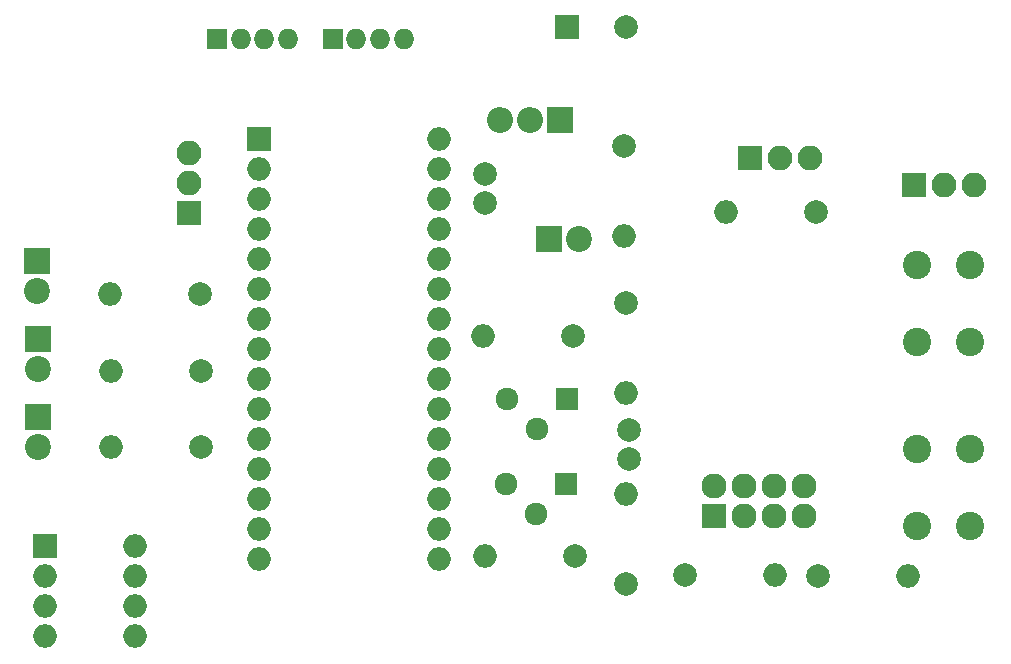
<source format=gbr>
G04 #@! TF.FileFunction,Soldermask,Top*
%FSLAX46Y46*%
G04 Gerber Fmt 4.6, Leading zero omitted, Abs format (unit mm)*
G04 Created by KiCad (PCBNEW 4.0.7) date 12/08/18 05:52:10*
%MOMM*%
%LPD*%
G01*
G04 APERTURE LIST*
%ADD10C,0.100000*%
%ADD11R,2.000000X2.000000*%
%ADD12O,2.000000X2.000000*%
%ADD13C,2.000000*%
%ADD14R,2.200000X2.200000*%
%ADD15C,2.200000*%
%ADD16R,1.750000X1.750000*%
%ADD17O,1.750000X1.750000*%
%ADD18C,1.920000*%
%ADD19R,1.920000X1.920000*%
%ADD20R,2.100000X2.100000*%
%ADD21O,2.100000X2.100000*%
%ADD22C,2.400000*%
%ADD23O,2.200000X2.200000*%
%ADD24R,2.127200X2.127200*%
%ADD25O,2.127200X2.127200*%
G04 APERTURE END LIST*
D10*
D11*
X138915001Y-87182600D03*
D12*
X154155001Y-120202600D03*
X138915001Y-89722600D03*
X154155001Y-117662600D03*
X138915001Y-92262600D03*
X154155001Y-115122600D03*
X138915001Y-94802600D03*
X154155001Y-112582600D03*
X138915001Y-97342600D03*
X154155001Y-110042600D03*
X138915001Y-99882600D03*
X154155001Y-107502600D03*
X138915001Y-102422600D03*
X154155001Y-104962600D03*
X138915001Y-104962600D03*
X154155001Y-102422600D03*
X138915001Y-107502600D03*
X154155001Y-99882600D03*
X138915001Y-110042600D03*
X154155001Y-97342600D03*
X138915001Y-112582600D03*
X154155001Y-94802600D03*
X138915001Y-115122600D03*
X154155001Y-92262600D03*
X138915001Y-117662600D03*
X154155001Y-89722600D03*
X138915001Y-120202600D03*
X154155001Y-87182600D03*
X138915001Y-122742600D03*
X154155001Y-122742600D03*
D13*
X158038800Y-90119200D03*
X158038800Y-92619200D03*
D11*
X164998400Y-77724000D03*
D13*
X169998400Y-77724000D03*
X170281600Y-114300000D03*
X170281600Y-111800000D03*
D14*
X163474400Y-95605600D03*
D15*
X166014400Y-95605600D03*
D14*
X120192800Y-110693200D03*
D15*
X120192800Y-113233200D03*
D14*
X120192800Y-104140000D03*
D15*
X120192800Y-106680000D03*
D14*
X120142000Y-97536000D03*
D15*
X120142000Y-100076000D03*
D16*
X145186400Y-78740000D03*
D17*
X147186400Y-78740000D03*
X149186400Y-78740000D03*
X151186400Y-78740000D03*
D16*
X135382000Y-78689200D03*
D17*
X137382000Y-78689200D03*
X139382000Y-78689200D03*
X141382000Y-78689200D03*
D18*
X162407600Y-118922800D03*
X159867600Y-116382800D03*
D19*
X164947600Y-116382800D03*
D18*
X162458400Y-111709200D03*
X159918400Y-109169200D03*
D19*
X164998400Y-109169200D03*
D13*
X165557200Y-103835200D03*
D12*
X157937200Y-103835200D03*
D13*
X165709600Y-122478800D03*
D12*
X158089600Y-122478800D03*
D13*
X134061200Y-113284000D03*
D12*
X126441200Y-113284000D03*
D13*
X134061200Y-106781600D03*
D12*
X126441200Y-106781600D03*
D13*
X175006000Y-124104400D03*
D12*
X182626000Y-124104400D03*
D13*
X133908800Y-100330000D03*
D12*
X126288800Y-100330000D03*
D13*
X169976800Y-101092000D03*
D12*
X169976800Y-108712000D03*
D13*
X186080400Y-93370400D03*
D12*
X178460400Y-93370400D03*
D13*
X169875200Y-87731600D03*
D12*
X169875200Y-95351600D03*
D13*
X186232800Y-124206000D03*
D12*
X193852800Y-124206000D03*
D13*
X170027600Y-124815600D03*
D12*
X170027600Y-117195600D03*
D20*
X132994400Y-93421200D03*
D21*
X132994400Y-90881200D03*
X132994400Y-88341200D03*
D22*
X199114800Y-119938800D03*
X194614800Y-119938800D03*
X199114800Y-113438800D03*
X194614800Y-113438800D03*
D20*
X194411600Y-91033600D03*
D21*
X196951600Y-91033600D03*
X199491600Y-91033600D03*
D20*
X180543200Y-88798400D03*
D21*
X183083200Y-88798400D03*
X185623200Y-88798400D03*
D22*
X199114800Y-104343200D03*
X194614800Y-104343200D03*
X199114800Y-97843200D03*
X194614800Y-97843200D03*
D14*
X164388800Y-85598000D03*
D23*
X161848800Y-85598000D03*
X159308800Y-85598000D03*
D24*
X177495200Y-119126000D03*
D25*
X177495200Y-116586000D03*
X180035200Y-119126000D03*
X180035200Y-116586000D03*
X182575200Y-119126000D03*
X182575200Y-116586000D03*
X185115200Y-119126000D03*
X185115200Y-116586000D03*
D11*
X120802400Y-121666000D03*
D12*
X128422400Y-129286000D03*
X120802400Y-124206000D03*
X128422400Y-126746000D03*
X120802400Y-126746000D03*
X128422400Y-124206000D03*
X120802400Y-129286000D03*
X128422400Y-121666000D03*
M02*

</source>
